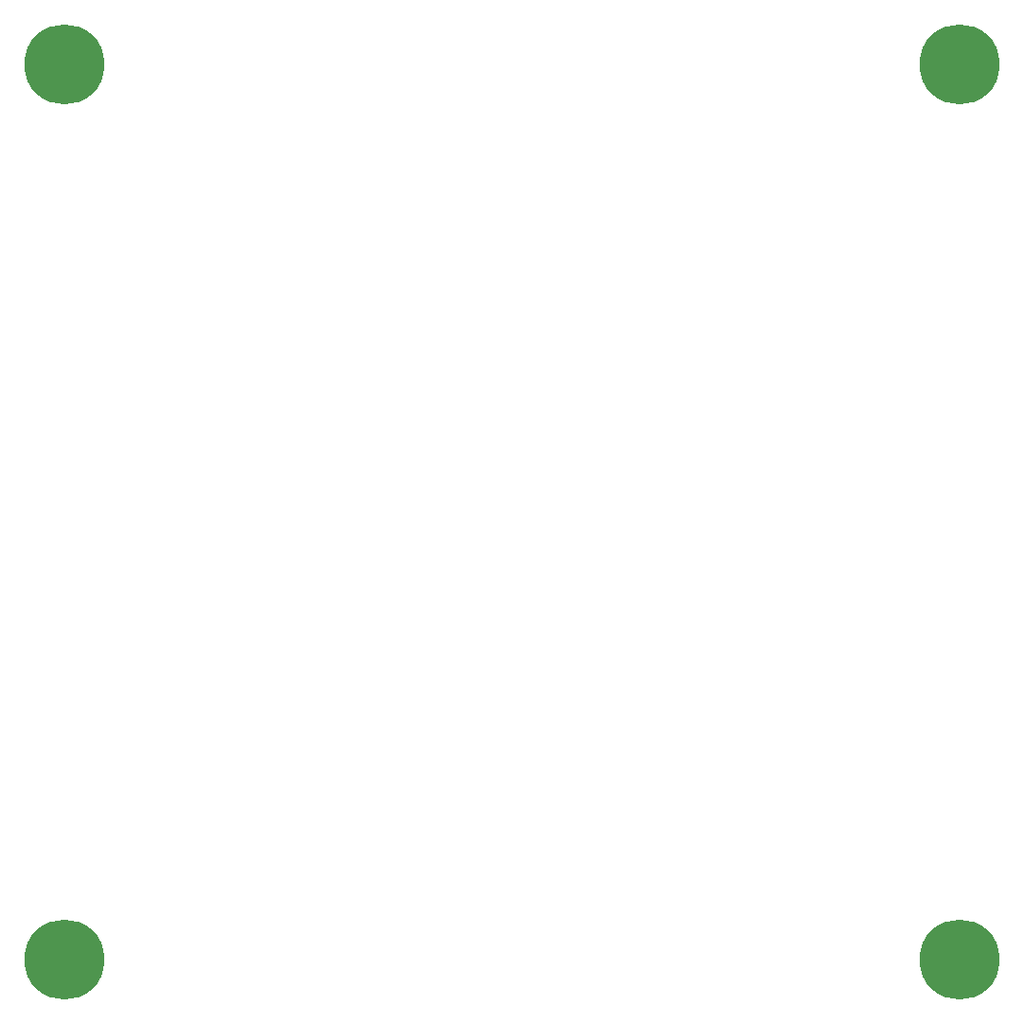
<source format=gbr>
%TF.GenerationSoftware,Altium Limited,Altium Designer,24.0.1 (36)*%
G04 Layer_Color=16711935*
%FSLAX45Y45*%
%MOMM*%
%TF.SameCoordinates,E594D193-3514-40B7-BCFE-BF8AFB9400D8*%
%TF.FilePolarity,Negative*%
%TF.FileFunction,Soldermask,Bot*%
%TF.Part,Single*%
G01*
G75*
%TA.AperFunction,ComponentPad*%
%ADD137C,7.15000*%
%ADD138C,1.67400*%
D137*
X500000Y8500000D02*
D03*
X8500000D02*
D03*
X500000Y500000D02*
D03*
X8500000D02*
D03*
D138*
X323223Y8323223D02*
D03*
X500000Y8750000D02*
D03*
X676777Y8676777D02*
D03*
X750000Y8500000D02*
D03*
X676777Y8323223D02*
D03*
X500000Y8250000D02*
D03*
X323223Y8676777D02*
D03*
X250000Y8500000D02*
D03*
X8250000D02*
D03*
X8323223Y8676777D02*
D03*
X8500000Y8250000D02*
D03*
X8676777Y8323223D02*
D03*
X8750000Y8500000D02*
D03*
X8676777Y8676777D02*
D03*
X8500000Y8750000D02*
D03*
X8323223Y8323223D02*
D03*
X323223Y323223D02*
D03*
X500000Y750000D02*
D03*
X676777Y676777D02*
D03*
X750000Y500000D02*
D03*
X676777Y323223D02*
D03*
X500000Y250000D02*
D03*
X323223Y676777D02*
D03*
X250000Y500000D02*
D03*
X8250000D02*
D03*
X8323223Y676777D02*
D03*
X8500000Y250000D02*
D03*
X8676777Y323223D02*
D03*
X8750000Y500000D02*
D03*
X8676777Y676777D02*
D03*
X8500000Y750000D02*
D03*
X8323223Y323223D02*
D03*
%TF.MD5,0746c2b4efe581ceeee88a5d6c23172b*%
M02*

</source>
